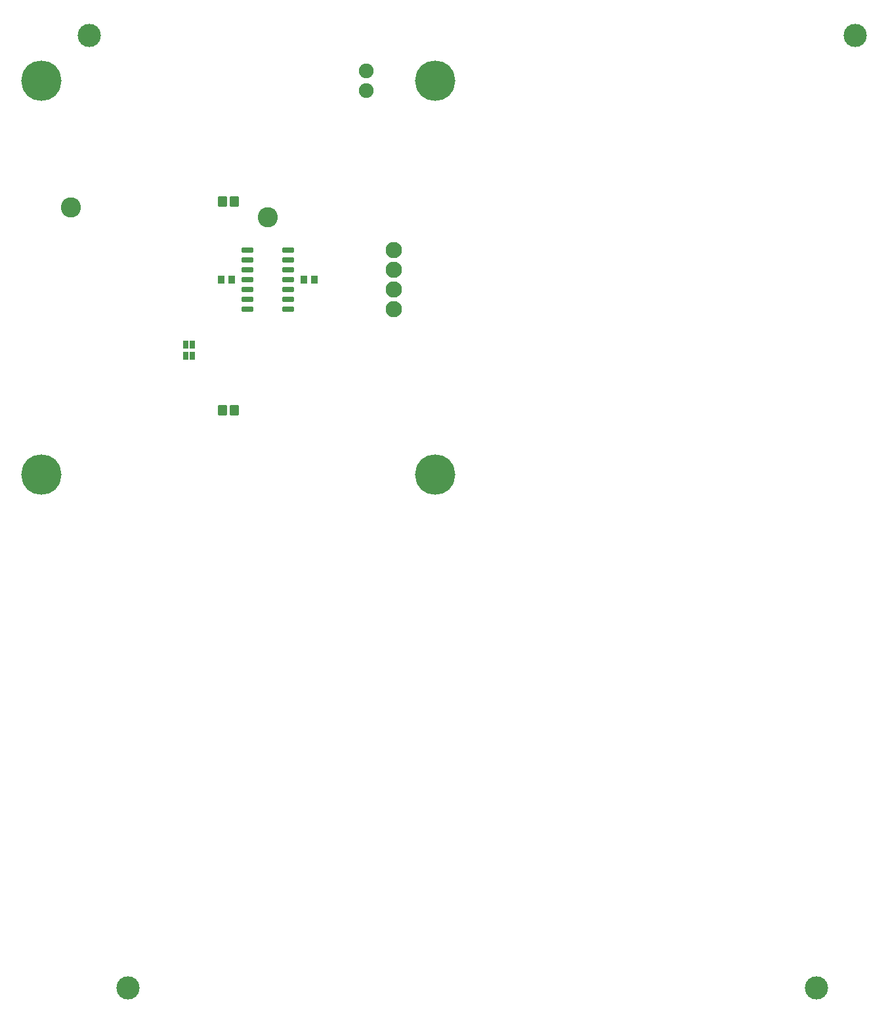
<source format=gts>
G04 Layer: TopSolderMaskLayer*
G04 Panelize: V-CUT, Column: 2, Row: 2, Board Size: 58.42mm x 58.42mm, Panelized Board Size: 118.84mm x 118.84mm*
G04 EasyEDA v6.5.32, 2023-07-25 14:04:49*
G04 318043db9db14eaab2a862ada9992c2d,5a6b42c53f6a479593ecc07194224c93,10*
G04 Gerber Generator version 0.2*
G04 Scale: 100 percent, Rotated: No, Reflected: No *
G04 Dimensions in millimeters *
G04 leading zeros omitted , absolute positions ,4 integer and 5 decimal *
%FSLAX45Y45*%
%MOMM*%

%AMMACRO1*1,1,$1,$2,$3*1,1,$1,$4,$5*1,1,$1,0-$2,0-$3*1,1,$1,0-$4,0-$5*20,1,$1,$2,$3,$4,$5,0*20,1,$1,$4,$5,0-$2,0-$3,0*20,1,$1,0-$2,0-$3,0-$4,0-$5,0*20,1,$1,0-$4,0-$5,$2,$3,0*4,1,4,$2,$3,$4,$5,0-$2,0-$3,0-$4,0-$5,$2,$3,0*%
%ADD10MACRO1,0.1016X0.715X0.28X0.715X-0.28*%
%ADD11MACRO1,0.2032X0.5X-0.55X-0.5X-0.55*%
%ADD12MACRO1,0.1016X-0.3X-0.425X-0.3X0.425*%
%ADD13MACRO1,0.1016X-0.4X0.45X0.4X0.45*%
%ADD14C,5.2032*%
%ADD15C,2.1016*%
%ADD16C,1.9016*%
%ADD17C,2.6016*%
%ADD18C,3.0000*%

%LPD*%
D10*
G01*
X3040507Y3276600D03*
G01*
X3040507Y3149600D03*
G01*
X3040507Y3022600D03*
G01*
X3040507Y2895600D03*
G01*
X3040507Y2768600D03*
G01*
X3040507Y2641600D03*
G01*
X3040507Y2514600D03*
G01*
X3563492Y2514600D03*
G01*
X3563492Y2641600D03*
G01*
X3563492Y2768600D03*
G01*
X3563492Y2895600D03*
G01*
X3563492Y3022600D03*
G01*
X3563492Y3149600D03*
G01*
X3563492Y3276600D03*
D11*
G01*
X2713992Y1206500D03*
G01*
X2873992Y1206500D03*
G01*
X2713992Y3898900D03*
G01*
X2873992Y3898900D03*
D12*
G01*
X2243500Y1908709D03*
G01*
X2328499Y2053692D03*
G01*
X2243500Y2053692D03*
G01*
X2328499Y1908709D03*
D13*
G01*
X3905399Y2895600D03*
G01*
X3765397Y2895600D03*
G01*
X2838603Y2895600D03*
G01*
X2698605Y2895600D03*
D14*
G01*
X381000Y5461000D03*
G01*
X5461000Y5461000D03*
G01*
X5461000Y381000D03*
G01*
X381000Y381000D03*
D15*
G01*
X4931206Y3020187D03*
G01*
X4931206Y2766187D03*
G01*
X4931206Y2512187D03*
D16*
G01*
X4572000Y5588000D03*
G01*
X4572000Y5334000D03*
D15*
G01*
X4931206Y3274187D03*
D17*
G01*
X762000Y3822700D03*
G01*
X3302000Y3695700D03*
D18*
G01*
X999997Y6041999D03*
G01*
X10884001Y6041999D03*
G01*
X1499996Y-6241999D03*
G01*
X10384002Y-6241999D03*
M02*

</source>
